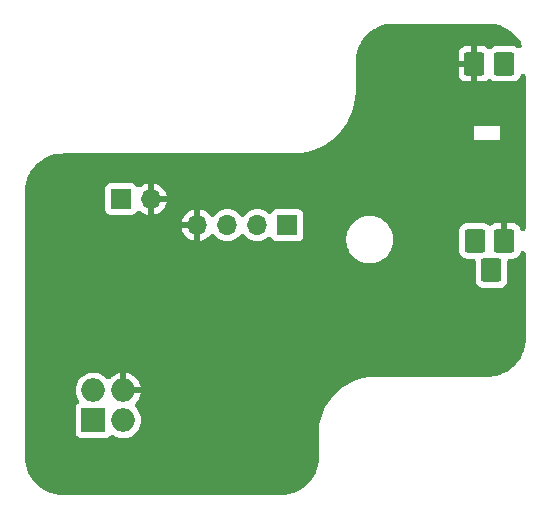
<source format=gbr>
%TF.GenerationSoftware,KiCad,Pcbnew,8.0.5-8.0.5-0~ubuntu22.04.1*%
%TF.CreationDate,2024-11-13T11:33:31+02:00*%
%TF.ProjectId,spindle_fan_control,7370696e-646c-4655-9f66-616e5f636f6e,rev?*%
%TF.SameCoordinates,PX7735940PY6252e60*%
%TF.FileFunction,Copper,L2,Bot*%
%TF.FilePolarity,Positive*%
%FSLAX46Y46*%
G04 Gerber Fmt 4.6, Leading zero omitted, Abs format (unit mm)*
G04 Created by KiCad (PCBNEW 8.0.5-8.0.5-0~ubuntu22.04.1) date 2024-11-13 11:33:31*
%MOMM*%
%LPD*%
G01*
G04 APERTURE LIST*
G04 Aperture macros list*
%AMRoundRect*
0 Rectangle with rounded corners*
0 $1 Rounding radius*
0 $2 $3 $4 $5 $6 $7 $8 $9 X,Y pos of 4 corners*
0 Add a 4 corners polygon primitive as box body*
4,1,4,$2,$3,$4,$5,$6,$7,$8,$9,$2,$3,0*
0 Add four circle primitives for the rounded corners*
1,1,$1+$1,$2,$3*
1,1,$1+$1,$4,$5*
1,1,$1+$1,$6,$7*
1,1,$1+$1,$8,$9*
0 Add four rect primitives between the rounded corners*
20,1,$1+$1,$2,$3,$4,$5,0*
20,1,$1+$1,$4,$5,$6,$7,0*
20,1,$1+$1,$6,$7,$8,$9,0*
20,1,$1+$1,$8,$9,$2,$3,0*%
G04 Aperture macros list end*
%TA.AperFunction,ComponentPad*%
%ADD10RoundRect,0.212500X0.637500X-0.787500X0.637500X0.787500X-0.637500X0.787500X-0.637500X-0.787500X0*%
%TD*%
%TA.AperFunction,ComponentPad*%
%ADD11R,2.000000X2.000000*%
%TD*%
%TA.AperFunction,ComponentPad*%
%ADD12O,2.000000X2.000000*%
%TD*%
%TA.AperFunction,ComponentPad*%
%ADD13R,1.700000X1.700000*%
%TD*%
%TA.AperFunction,ComponentPad*%
%ADD14O,1.700000X1.700000*%
%TD*%
%TA.AperFunction,ViaPad*%
%ADD15C,2.000000*%
%TD*%
G04 APERTURE END LIST*
D10*
%TO.P,U2,1,VCC*%
%TO.N,+12V*%
X8900000Y-100000D03*
%TO.P,U2,2,VOUT*%
%TO.N,/SPINDLE_SPEED*%
X10300000Y-2600000D03*
%TO.P,U2,3,GND*%
%TO.N,GND*%
X11400000Y-100000D03*
%TO.P,U2,5,K*%
X8860000Y14900000D03*
%TO.P,U2,4,A*%
%TO.N,Net-(U2-A)*%
X11400000Y14900000D03*
%TD*%
D11*
%TO.P,J1,1,Pin_1*%
%TO.N,/FAN_SPEED*%
X-23400000Y-15300000D03*
D12*
%TO.P,J1,2,Pin_2*%
%TO.N,/SPINDLE_SPEED*%
X-23400000Y-12760000D03*
%TO.P,J1,3,Pin_3*%
%TO.N,GND*%
X-20860000Y-12760000D03*
%TO.P,J1,4,Pin_4*%
%TO.N,+12V*%
X-20860000Y-15300000D03*
%TD*%
D13*
%TO.P,TH1,1*%
%TO.N,Net-(D1-K)*%
X-21080000Y3450000D03*
D14*
%TO.P,TH1,2*%
%TO.N,GND*%
X-18540000Y3450000D03*
%TD*%
D13*
%TO.P,J2,1,Pin_1*%
%TO.N,/PWM_5V*%
X-6980000Y1225000D03*
D14*
%TO.P,J2,2,Pin_2*%
%TO.N,/FAN_SPEED*%
X-9520000Y1225000D03*
%TO.P,J2,3,Pin_3*%
%TO.N,+12V*%
X-12060000Y1225000D03*
%TO.P,J2,4,Pin_4*%
%TO.N,GND*%
X-14600000Y1225000D03*
%TD*%
D15*
%TO.N,GND*%
X6900000Y10700000D03*
X-27500000Y-10900000D03*
X-5500000Y4100000D03*
X-25576129Y-7176129D03*
X10000000Y-7900000D03*
%TD*%
%TA.AperFunction,Conductor*%
%TO.N,GND*%
G36*
X10006506Y18299159D02*
G01*
X10050594Y18296849D01*
X10321415Y18282656D01*
X10347330Y18279932D01*
X10652321Y18231625D01*
X10677810Y18226207D01*
X10976097Y18146281D01*
X11000884Y18138228D01*
X11289175Y18027564D01*
X11312973Y18016969D01*
X11588137Y17876765D01*
X11610691Y17863743D01*
X11869675Y17695557D01*
X11890761Y17680237D01*
X12130736Y17485909D01*
X12150105Y17468470D01*
X12368469Y17250106D01*
X12385908Y17230737D01*
X12580236Y16990762D01*
X12595556Y16969676D01*
X12763742Y16710692D01*
X12776768Y16688132D01*
X12833574Y16576643D01*
X12859945Y16483138D01*
X12848526Y16386656D01*
X12801054Y16301889D01*
X12724757Y16241740D01*
X12631250Y16215369D01*
X12534768Y16226788D01*
X12480994Y16251673D01*
X12340883Y16338095D01*
X12340878Y16338097D01*
X12182660Y16390525D01*
X12114938Y16397443D01*
X12085013Y16400500D01*
X12085010Y16400500D01*
X10714989Y16400500D01*
X10646751Y16393529D01*
X10617337Y16390524D01*
X10617335Y16390524D01*
X10617331Y16390523D01*
X10459126Y16338100D01*
X10459116Y16338095D01*
X10317264Y16250599D01*
X10317259Y16250595D01*
X10305716Y16239051D01*
X10224934Y16185075D01*
X10129646Y16166121D01*
X10034358Y16185075D01*
X9953576Y16239051D01*
X9942427Y16250200D01*
X9942423Y16250203D01*
X9800666Y16337640D01*
X9642558Y16390030D01*
X9544975Y16400000D01*
X9110001Y16400000D01*
X9110000Y16399999D01*
X9110000Y15275278D01*
X9033694Y15319333D01*
X8919244Y15350000D01*
X8800756Y15350000D01*
X8686306Y15319333D01*
X8610000Y15275278D01*
X8610000Y16399999D01*
X8609999Y16400000D01*
X8175030Y16400000D01*
X8077435Y16390030D01*
X8077432Y16390029D01*
X7919337Y16337642D01*
X7919335Y16337641D01*
X7777576Y16250203D01*
X7777572Y16250200D01*
X7659800Y16132428D01*
X7659797Y16132424D01*
X7572360Y15990667D01*
X7519970Y15832559D01*
X7510000Y15734976D01*
X7510000Y15150001D01*
X7510001Y15150000D01*
X8484722Y15150000D01*
X8440667Y15073694D01*
X8410000Y14959244D01*
X8410000Y14840756D01*
X8440667Y14726306D01*
X8484722Y14650000D01*
X7510002Y14650000D01*
X7510001Y14649999D01*
X7510001Y14065022D01*
X7519970Y13967436D01*
X7519971Y13967433D01*
X7572358Y13809338D01*
X7572359Y13809336D01*
X7659797Y13667577D01*
X7659800Y13667573D01*
X7777572Y13549801D01*
X7777576Y13549798D01*
X7919333Y13462361D01*
X8077441Y13409971D01*
X8175029Y13400001D01*
X8610000Y13400001D01*
X8610000Y14524723D01*
X8686306Y14480667D01*
X8800756Y14450000D01*
X8919244Y14450000D01*
X9033694Y14480667D01*
X9110000Y14524723D01*
X9110000Y13400002D01*
X9110001Y13400001D01*
X9544962Y13400001D01*
X9544978Y13400002D01*
X9642564Y13409971D01*
X9642567Y13409972D01*
X9800662Y13462359D01*
X9800664Y13462360D01*
X9942423Y13549798D01*
X9942429Y13549803D01*
X9953572Y13560945D01*
X10034352Y13614924D01*
X10129640Y13633880D01*
X10224929Y13614928D01*
X10305711Y13560954D01*
X10317261Y13549404D01*
X10317263Y13549403D01*
X10317264Y13549402D01*
X10459116Y13461906D01*
X10459119Y13461905D01*
X10459122Y13461903D01*
X10617337Y13409476D01*
X10714987Y13399500D01*
X12085012Y13399501D01*
X12182663Y13409476D01*
X12261770Y13435690D01*
X12340873Y13461901D01*
X12340875Y13461903D01*
X12340878Y13461903D01*
X12482739Y13549404D01*
X12600596Y13667261D01*
X12688097Y13809122D01*
X12714139Y13887714D01*
X12762102Y13972201D01*
X12838748Y14031904D01*
X12932407Y14057732D01*
X13028821Y14045752D01*
X13113311Y13997788D01*
X13173014Y13921142D01*
X13198842Y13827483D01*
X13199500Y13809390D01*
X13199500Y989020D01*
X13180546Y893732D01*
X13126570Y812950D01*
X13045788Y758974D01*
X12950500Y740020D01*
X12855212Y758974D01*
X12774430Y812950D01*
X12720454Y893732D01*
X12714139Y910698D01*
X12687641Y990663D01*
X12687640Y990665D01*
X12600202Y1132424D01*
X12600199Y1132428D01*
X12482427Y1250200D01*
X12482423Y1250203D01*
X12340666Y1337640D01*
X12182558Y1390030D01*
X12084975Y1400000D01*
X11650001Y1400000D01*
X11650000Y1399999D01*
X11650000Y275278D01*
X11573694Y319333D01*
X11459244Y350000D01*
X11340756Y350000D01*
X11226306Y319333D01*
X11150000Y275278D01*
X11150000Y1399999D01*
X11149999Y1400000D01*
X10715030Y1400000D01*
X10617435Y1390030D01*
X10617432Y1390029D01*
X10459337Y1337642D01*
X10459335Y1337641D01*
X10317576Y1250203D01*
X10306194Y1241203D01*
X10303953Y1244037D01*
X10245642Y1205075D01*
X10150354Y1186121D01*
X10055066Y1205075D01*
X9996291Y1244347D01*
X9994119Y1241598D01*
X9982735Y1250599D01*
X9840883Y1338095D01*
X9840878Y1338097D01*
X9682660Y1390525D01*
X9614938Y1397443D01*
X9585013Y1400500D01*
X9585010Y1400500D01*
X8214989Y1400500D01*
X8146751Y1393529D01*
X8117337Y1390524D01*
X8117335Y1390524D01*
X8117331Y1390523D01*
X7959126Y1338100D01*
X7959116Y1338095D01*
X7817264Y1250599D01*
X7817259Y1250595D01*
X7699405Y1132741D01*
X7699401Y1132736D01*
X7611905Y990884D01*
X7611903Y990879D01*
X7559475Y832661D01*
X7549500Y735018D01*
X7549500Y-935010D01*
X7559477Y-1032668D01*
X7611900Y-1190873D01*
X7611905Y-1190883D01*
X7699401Y-1332735D01*
X7699403Y-1332737D01*
X7699404Y-1332739D01*
X7817261Y-1450596D01*
X7817263Y-1450597D01*
X7817264Y-1450598D01*
X7959116Y-1538094D01*
X7959119Y-1538095D01*
X7959122Y-1538097D01*
X8117337Y-1590524D01*
X8214987Y-1600500D01*
X8700500Y-1600499D01*
X8795788Y-1619453D01*
X8876569Y-1673429D01*
X8930546Y-1754210D01*
X8949500Y-1849498D01*
X8949500Y-3435010D01*
X8959477Y-3532668D01*
X9011900Y-3690873D01*
X9011905Y-3690883D01*
X9099401Y-3832735D01*
X9099403Y-3832737D01*
X9099404Y-3832739D01*
X9217261Y-3950596D01*
X9217263Y-3950597D01*
X9217264Y-3950598D01*
X9359116Y-4038094D01*
X9359119Y-4038095D01*
X9359122Y-4038097D01*
X9517337Y-4090524D01*
X9614987Y-4100500D01*
X10985012Y-4100499D01*
X11082663Y-4090524D01*
X11161770Y-4064310D01*
X11240873Y-4038099D01*
X11240875Y-4038097D01*
X11240878Y-4038097D01*
X11382739Y-3950596D01*
X11500596Y-3832739D01*
X11588097Y-3690878D01*
X11640524Y-3532663D01*
X11650500Y-3435013D01*
X11650499Y-1848998D01*
X11669453Y-1753711D01*
X11723429Y-1672930D01*
X11804211Y-1618953D01*
X11899499Y-1599999D01*
X12084962Y-1599999D01*
X12084978Y-1599998D01*
X12182564Y-1590029D01*
X12182567Y-1590028D01*
X12340662Y-1537641D01*
X12340664Y-1537640D01*
X12482423Y-1450202D01*
X12482427Y-1450199D01*
X12600199Y-1332427D01*
X12600202Y-1332423D01*
X12687639Y-1190666D01*
X12714138Y-1110697D01*
X12762102Y-1026207D01*
X12838748Y-966504D01*
X12932407Y-940676D01*
X13028821Y-952656D01*
X13113311Y-1000620D01*
X13173014Y-1077266D01*
X13198842Y-1170925D01*
X13199500Y-1189018D01*
X13199500Y-8393474D01*
X13199159Y-8406506D01*
X13182655Y-8721412D01*
X13179930Y-8747332D01*
X13131625Y-9052316D01*
X13126206Y-9077810D01*
X13046280Y-9376097D01*
X13038227Y-9400884D01*
X12927563Y-9689175D01*
X12916962Y-9712986D01*
X12776774Y-9988120D01*
X12763742Y-10010691D01*
X12595556Y-10269675D01*
X12580236Y-10290761D01*
X12385908Y-10530736D01*
X12368469Y-10550105D01*
X12150105Y-10768469D01*
X12130736Y-10785908D01*
X11890761Y-10980236D01*
X11869675Y-10995556D01*
X11610691Y-11163742D01*
X11588120Y-11176774D01*
X11312986Y-11316962D01*
X11289175Y-11327563D01*
X11000884Y-11438227D01*
X10976097Y-11446280D01*
X10677810Y-11526206D01*
X10652316Y-11531625D01*
X10347332Y-11579930D01*
X10321412Y-11582655D01*
X10006507Y-11599159D01*
X9993475Y-11599500D01*
X290395Y-11599500D01*
X-127185Y-11636034D01*
X-127196Y-11636035D01*
X-539995Y-11708823D01*
X-540028Y-11708830D01*
X-944913Y-11817319D01*
X-944921Y-11817322D01*
X-1338819Y-11960689D01*
X-1338834Y-11960695D01*
X-1718726Y-12137842D01*
X-1718755Y-12137857D01*
X-2081751Y-12347434D01*
X-2081772Y-12347447D01*
X-2425131Y-12587869D01*
X-2425143Y-12587878D01*
X-2425143Y-12587879D01*
X-2746260Y-12857329D01*
X-3042671Y-13153740D01*
X-3122504Y-13248881D01*
X-3312131Y-13474869D01*
X-3552553Y-13818228D01*
X-3552566Y-13818249D01*
X-3762143Y-14181245D01*
X-3762158Y-14181274D01*
X-3939305Y-14561166D01*
X-3939311Y-14561181D01*
X-4082678Y-14955079D01*
X-4082681Y-14955087D01*
X-4191170Y-15359972D01*
X-4191177Y-15360005D01*
X-4263965Y-15772804D01*
X-4263966Y-15772815D01*
X-4300500Y-16190395D01*
X-4300500Y-18393474D01*
X-4300841Y-18406506D01*
X-4317345Y-18721412D01*
X-4320070Y-18747332D01*
X-4368375Y-19052316D01*
X-4373794Y-19077810D01*
X-4453720Y-19376097D01*
X-4461773Y-19400884D01*
X-4572437Y-19689175D01*
X-4583038Y-19712986D01*
X-4723226Y-19988120D01*
X-4736258Y-20010691D01*
X-4904444Y-20269675D01*
X-4919764Y-20290761D01*
X-5114092Y-20530736D01*
X-5131531Y-20550105D01*
X-5349895Y-20768469D01*
X-5369264Y-20785908D01*
X-5609239Y-20980236D01*
X-5630325Y-20995556D01*
X-5889309Y-21163742D01*
X-5911880Y-21176774D01*
X-6187014Y-21316962D01*
X-6210825Y-21327563D01*
X-6499116Y-21438227D01*
X-6523903Y-21446280D01*
X-6822190Y-21526206D01*
X-6847684Y-21531625D01*
X-7152668Y-21579930D01*
X-7178588Y-21582655D01*
X-7493493Y-21599159D01*
X-7506525Y-21599500D01*
X-25993475Y-21599500D01*
X-26006507Y-21599159D01*
X-26321413Y-21582655D01*
X-26347333Y-21579930D01*
X-26652317Y-21531625D01*
X-26677811Y-21526206D01*
X-26976098Y-21446280D01*
X-27000885Y-21438227D01*
X-27289176Y-21327563D01*
X-27312982Y-21316964D01*
X-27588132Y-21176768D01*
X-27610692Y-21163742D01*
X-27869676Y-20995556D01*
X-27890762Y-20980236D01*
X-28130737Y-20785908D01*
X-28150106Y-20768469D01*
X-28368470Y-20550105D01*
X-28385909Y-20530736D01*
X-28580237Y-20290761D01*
X-28595557Y-20269675D01*
X-28763743Y-20010691D01*
X-28776765Y-19988137D01*
X-28916969Y-19712973D01*
X-28927564Y-19689175D01*
X-29038228Y-19400884D01*
X-29046281Y-19376097D01*
X-29126207Y-19077810D01*
X-29131626Y-19052316D01*
X-29179931Y-18747332D01*
X-29182656Y-18721411D01*
X-29199159Y-18406505D01*
X-29199500Y-18393474D01*
X-29199500Y-12760000D01*
X-24905643Y-12760000D01*
X-24885108Y-13007823D01*
X-24885106Y-13007831D01*
X-24824065Y-13248874D01*
X-24824064Y-13248878D01*
X-24724278Y-13476369D01*
X-24724173Y-13476607D01*
X-24658499Y-13577129D01*
X-24622250Y-13667265D01*
X-24623255Y-13764415D01*
X-24661360Y-13853786D01*
X-24717732Y-13912649D01*
X-24757544Y-13942452D01*
X-24757547Y-13942455D01*
X-24843796Y-14057669D01*
X-24894092Y-14192518D01*
X-24900500Y-14252123D01*
X-24900500Y-16347865D01*
X-24900499Y-16347869D01*
X-24894092Y-16407480D01*
X-24894091Y-16407484D01*
X-24850404Y-16524614D01*
X-24843796Y-16542331D01*
X-24757546Y-16657546D01*
X-24642331Y-16743796D01*
X-24507483Y-16794091D01*
X-24447873Y-16800500D01*
X-22352128Y-16800499D01*
X-22292517Y-16794091D01*
X-22157669Y-16743796D01*
X-22042454Y-16657546D01*
X-22015739Y-16621858D01*
X-21943462Y-16556936D01*
X-21851841Y-16524614D01*
X-21754825Y-16529815D01*
X-21693276Y-16556882D01*
X-21692566Y-16555572D01*
X-21683512Y-16560472D01*
X-21683509Y-16560474D01*
X-21464810Y-16678828D01*
X-21395264Y-16702703D01*
X-21229622Y-16759569D01*
X-21229618Y-16759569D01*
X-21229614Y-16759571D01*
X-20984335Y-16800500D01*
X-20735665Y-16800500D01*
X-20490386Y-16759571D01*
X-20490382Y-16759569D01*
X-20490379Y-16759569D01*
X-20400923Y-16728858D01*
X-20255190Y-16678828D01*
X-20036491Y-16560474D01*
X-19840256Y-16407738D01*
X-19671836Y-16224785D01*
X-19535827Y-16016607D01*
X-19435937Y-15788881D01*
X-19374892Y-15547821D01*
X-19354357Y-15300000D01*
X-19374892Y-15052179D01*
X-19435937Y-14811119D01*
X-19535827Y-14583393D01*
X-19589003Y-14502001D01*
X-19671831Y-14375221D01*
X-19671837Y-14375214D01*
X-19834725Y-14198271D01*
X-19885315Y-14115330D01*
X-19900315Y-14019340D01*
X-19877440Y-13924917D01*
X-19834722Y-13860986D01*
X-19672233Y-13684477D01*
X-19672231Y-13684475D01*
X-19536269Y-13476369D01*
X-19536269Y-13476368D01*
X-19436414Y-13248722D01*
X-19375961Y-13010000D01*
X-20484722Y-13010000D01*
X-20440667Y-12933694D01*
X-20410000Y-12819244D01*
X-20410000Y-12700756D01*
X-20440667Y-12586306D01*
X-20484722Y-12510000D01*
X-19375961Y-12510000D01*
X-19436414Y-12271277D01*
X-19536269Y-12043631D01*
X-19536269Y-12043630D01*
X-19672231Y-11835524D01*
X-19672233Y-11835522D01*
X-19840589Y-11652639D01*
X-19840601Y-11652629D01*
X-20036763Y-11499949D01*
X-20036770Y-11499944D01*
X-20255394Y-11381630D01*
X-20490513Y-11300915D01*
X-20610000Y-11280976D01*
X-20610000Y-12384722D01*
X-20686306Y-12340667D01*
X-20800756Y-12310000D01*
X-20919244Y-12310000D01*
X-21033694Y-12340667D01*
X-21110000Y-12384722D01*
X-21110000Y-11280976D01*
X-21110001Y-11280976D01*
X-21229488Y-11300915D01*
X-21464607Y-11381630D01*
X-21683231Y-11499944D01*
X-21683238Y-11499949D01*
X-21879400Y-11652629D01*
X-21879407Y-11652635D01*
X-21946466Y-11725480D01*
X-22024949Y-11782748D01*
X-22119372Y-11805622D01*
X-22215362Y-11790621D01*
X-22298305Y-11740029D01*
X-22312854Y-11725479D01*
X-22380248Y-11652270D01*
X-22380253Y-11652265D01*
X-22380256Y-11652262D01*
X-22401104Y-11636035D01*
X-22576486Y-11499529D01*
X-22576490Y-11499526D01*
X-22576491Y-11499526D01*
X-22681117Y-11442905D01*
X-22795189Y-11381172D01*
X-23030379Y-11300430D01*
X-23030390Y-11300428D01*
X-23275665Y-11259500D01*
X-23524335Y-11259500D01*
X-23769611Y-11300428D01*
X-23769622Y-11300430D01*
X-24004812Y-11381172D01*
X-24223515Y-11499529D01*
X-24419739Y-11652257D01*
X-24419752Y-11652269D01*
X-24588164Y-11835214D01*
X-24588170Y-11835221D01*
X-24724172Y-12043391D01*
X-24724175Y-12043396D01*
X-24824064Y-12271121D01*
X-24824065Y-12271125D01*
X-24885106Y-12512168D01*
X-24885108Y-12512176D01*
X-24905643Y-12760000D01*
X-29199500Y-12760000D01*
X-29199500Y1475002D01*
X-15930637Y1475002D01*
X-15930636Y1475000D01*
X-15033012Y1475000D01*
X-15065925Y1417993D01*
X-15100000Y1290826D01*
X-15100000Y1159174D01*
X-15065925Y1032007D01*
X-15033012Y975000D01*
X-15930636Y975000D01*
X-15930637Y974999D01*
X-15873434Y761517D01*
X-15873434Y761515D01*
X-15773601Y547424D01*
X-15638111Y353924D01*
X-15471077Y186890D01*
X-15277577Y51400D01*
X-15063489Y-48431D01*
X-14850000Y-105635D01*
X-14850000Y791988D01*
X-14792993Y759075D01*
X-14665826Y725000D01*
X-14534174Y725000D01*
X-14407007Y759075D01*
X-14350000Y791988D01*
X-14350000Y-105635D01*
X-14136512Y-48431D01*
X-13922424Y51400D01*
X-13728924Y186890D01*
X-13561889Y353925D01*
X-13534276Y393360D01*
X-13464095Y460544D01*
X-13373546Y495758D01*
X-13276414Y493639D01*
X-13187487Y454511D01*
X-13126338Y393362D01*
X-13098723Y353924D01*
X-13098495Y353599D01*
X-12931401Y186505D01*
X-12737830Y50965D01*
X-12523663Y-48903D01*
X-12295408Y-110063D01*
X-12295405Y-110063D01*
X-12295402Y-110064D01*
X-12060005Y-130659D01*
X-12060000Y-130659D01*
X-12059995Y-130659D01*
X-11824599Y-110064D01*
X-11824597Y-110063D01*
X-11824592Y-110063D01*
X-11596337Y-48903D01*
X-11382170Y50965D01*
X-11188599Y186505D01*
X-11021505Y353599D01*
X-10993968Y392926D01*
X-10923789Y460109D01*
X-10833240Y495322D01*
X-10736108Y493203D01*
X-10647181Y454075D01*
X-10586033Y392927D01*
X-10558495Y353599D01*
X-10391401Y186505D01*
X-10197830Y50965D01*
X-9983663Y-48903D01*
X-9755408Y-110063D01*
X-9755405Y-110063D01*
X-9755402Y-110064D01*
X-9520005Y-130659D01*
X-9520000Y-130659D01*
X-9519995Y-130659D01*
X-9284599Y-110064D01*
X-9284597Y-110063D01*
X-9284592Y-110063D01*
X-9056337Y-48903D01*
X-8842170Y50965D01*
X-8648599Y186505D01*
X-8648598Y186506D01*
X-8644622Y189842D01*
X-8640978Y191842D01*
X-8639693Y192741D01*
X-8639595Y192601D01*
X-8559445Y236574D01*
X-8462867Y247153D01*
X-8369593Y219968D01*
X-8293823Y159157D01*
X-8285134Y146430D01*
X-8284469Y146927D01*
X-8273797Y132671D01*
X-8273796Y132669D01*
X-8187546Y17454D01*
X-8072331Y-68796D01*
X-7937483Y-119091D01*
X-7877873Y-125500D01*
X-6082128Y-125499D01*
X-6022517Y-119091D01*
X-5887669Y-68796D01*
X-5772454Y17454D01*
X-5687364Y131120D01*
X-2000500Y131120D01*
X-2000500Y-131119D01*
X-1966271Y-391112D01*
X-1898399Y-644417D01*
X-1798047Y-886689D01*
X-1798045Y-886693D01*
X-1798043Y-886697D01*
X-1732270Y-1000620D01*
X-1666927Y-1113798D01*
X-1666918Y-1113812D01*
X-1507287Y-1321845D01*
X-1507282Y-1321851D01*
X-1321851Y-1507282D01*
X-1321847Y-1507285D01*
X-1321846Y-1507286D01*
X-1113813Y-1666917D01*
X-1113808Y-1666920D01*
X-1113803Y-1666924D01*
X-886697Y-1798043D01*
X-644419Y-1898398D01*
X-391116Y-1966270D01*
X-131120Y-2000500D01*
X131120Y-2000500D01*
X391116Y-1966270D01*
X644419Y-1898398D01*
X886697Y-1798043D01*
X1113803Y-1666924D01*
X1321851Y-1507282D01*
X1507282Y-1321851D01*
X1666924Y-1113803D01*
X1798043Y-886697D01*
X1898398Y-644419D01*
X1966270Y-391116D01*
X2000500Y-131120D01*
X2000500Y131120D01*
X1966270Y391116D01*
X1898398Y644419D01*
X1798043Y886697D01*
X1666924Y1113803D01*
X1666920Y1113808D01*
X1666917Y1113813D01*
X1507286Y1321846D01*
X1507285Y1321847D01*
X1507282Y1321851D01*
X1321851Y1507282D01*
X1321846Y1507286D01*
X1321845Y1507287D01*
X1113812Y1666918D01*
X1113798Y1666927D01*
X1013212Y1725000D01*
X886697Y1798043D01*
X886695Y1798044D01*
X886693Y1798045D01*
X886689Y1798047D01*
X644417Y1898399D01*
X534730Y1927789D01*
X391116Y1966270D01*
X391111Y1966271D01*
X391114Y1966271D01*
X131120Y2000500D01*
X-131120Y2000500D01*
X-391113Y1966271D01*
X-644418Y1898399D01*
X-886690Y1798047D01*
X-886694Y1798045D01*
X-1113799Y1666927D01*
X-1113813Y1666918D01*
X-1321846Y1507287D01*
X-1507287Y1321846D01*
X-1666918Y1113813D01*
X-1666927Y1113799D01*
X-1798045Y886694D01*
X-1798047Y886690D01*
X-1898399Y644418D01*
X-1966271Y391113D01*
X-2000500Y131120D01*
X-5687364Y131120D01*
X-5686204Y132669D01*
X-5635909Y267517D01*
X-5629500Y327127D01*
X-5629501Y2122872D01*
X-5635909Y2182483D01*
X-5686204Y2317331D01*
X-5772454Y2432546D01*
X-5887669Y2518796D01*
X-5977045Y2552131D01*
X-6022519Y2569092D01*
X-6082127Y2575500D01*
X-7877866Y2575500D01*
X-7877870Y2575500D01*
X-7877872Y2575499D01*
X-7890686Y2574122D01*
X-7937481Y2569092D01*
X-7937485Y2569091D01*
X-8072330Y2518797D01*
X-8187545Y2432547D01*
X-8187547Y2432545D01*
X-8284469Y2303073D01*
X-8287766Y2305541D01*
X-8328413Y2256949D01*
X-8414522Y2211956D01*
X-8511294Y2203340D01*
X-8603997Y2232413D01*
X-8644613Y2260151D01*
X-8648597Y2263493D01*
X-8648599Y2263495D01*
X-8842170Y2399035D01*
X-9056337Y2498903D01*
X-9056340Y2498904D01*
X-9284599Y2560065D01*
X-9519995Y2580659D01*
X-9520005Y2580659D01*
X-9755402Y2560065D01*
X-9983665Y2498903D01*
X-9983667Y2498902D01*
X-10197823Y2399039D01*
X-10197831Y2399035D01*
X-10391400Y2263496D01*
X-10558499Y2096397D01*
X-10586032Y2057075D01*
X-10656213Y1989891D01*
X-10746763Y1954679D01*
X-10843894Y1956799D01*
X-10932821Y1995928D01*
X-10993968Y2057075D01*
X-11021502Y2096397D01*
X-11021503Y2096398D01*
X-11021505Y2096401D01*
X-11188599Y2263495D01*
X-11382170Y2399035D01*
X-11596337Y2498903D01*
X-11596340Y2498904D01*
X-11824599Y2560065D01*
X-12059995Y2580659D01*
X-12060005Y2580659D01*
X-12295402Y2560065D01*
X-12523665Y2498903D01*
X-12523667Y2498902D01*
X-12737823Y2399039D01*
X-12737831Y2399035D01*
X-12931400Y2263496D01*
X-13098498Y2096398D01*
X-13126339Y2056637D01*
X-13196521Y1989454D01*
X-13287071Y1954242D01*
X-13384203Y1956363D01*
X-13473129Y1995493D01*
X-13534275Y2056639D01*
X-13561890Y2096077D01*
X-13728924Y2263111D01*
X-13922424Y2398601D01*
X-14136516Y2498434D01*
X-14349999Y2555637D01*
X-14350000Y2555636D01*
X-14350000Y1658012D01*
X-14407007Y1690925D01*
X-14534174Y1725000D01*
X-14665826Y1725000D01*
X-14792993Y1690925D01*
X-14850000Y1658012D01*
X-14850000Y2555636D01*
X-14850002Y2555637D01*
X-15063484Y2498434D01*
X-15063495Y2498430D01*
X-15277572Y2398604D01*
X-15277580Y2398600D01*
X-15471077Y2263111D01*
X-15638111Y2096077D01*
X-15773600Y1902580D01*
X-15773604Y1902572D01*
X-15873430Y1688495D01*
X-15873434Y1688484D01*
X-15930637Y1475002D01*
X-29199500Y1475002D01*
X-29199500Y4093479D01*
X-29199159Y4106510D01*
X-29186510Y4347873D01*
X-29186510Y4347877D01*
X-22430500Y4347877D01*
X-22430500Y2552135D01*
X-22430499Y2552131D01*
X-22424092Y2492520D01*
X-22424091Y2492516D01*
X-22373797Y2357671D01*
X-22373796Y2357669D01*
X-22287546Y2242454D01*
X-22172331Y2156204D01*
X-22037483Y2105909D01*
X-21977873Y2099500D01*
X-20182128Y2099501D01*
X-20122517Y2105909D01*
X-19987669Y2156204D01*
X-19872454Y2242454D01*
X-19786204Y2357669D01*
X-19786204Y2357671D01*
X-19775531Y2371927D01*
X-19772308Y2369515D01*
X-19731466Y2418403D01*
X-19645386Y2463451D01*
X-19548619Y2472128D01*
X-19455898Y2443114D01*
X-19415137Y2415296D01*
X-19411082Y2411894D01*
X-19217577Y2276400D01*
X-19003489Y2176569D01*
X-18790000Y2119365D01*
X-18790000Y3016988D01*
X-18732993Y2984075D01*
X-18605826Y2950000D01*
X-18474174Y2950000D01*
X-18347007Y2984075D01*
X-18290000Y3016988D01*
X-18290000Y2119365D01*
X-18076512Y2176569D01*
X-17862424Y2276400D01*
X-17668924Y2411890D01*
X-17501890Y2578924D01*
X-17366400Y2772424D01*
X-17266567Y2986515D01*
X-17266567Y2986517D01*
X-17209364Y3199999D01*
X-17209364Y3200000D01*
X-18106988Y3200000D01*
X-18074075Y3257007D01*
X-18040000Y3384174D01*
X-18040000Y3515826D01*
X-18074075Y3642993D01*
X-18106988Y3700000D01*
X-17209364Y3700000D01*
X-17209364Y3700002D01*
X-17266567Y3913484D01*
X-17266571Y3913495D01*
X-17366397Y4127572D01*
X-17366401Y4127580D01*
X-17501890Y4321077D01*
X-17668924Y4488111D01*
X-17862424Y4623601D01*
X-18076516Y4723434D01*
X-18289999Y4780637D01*
X-18290000Y4780636D01*
X-18290000Y3883012D01*
X-18347007Y3915925D01*
X-18474174Y3950000D01*
X-18605826Y3950000D01*
X-18732993Y3915925D01*
X-18790000Y3883012D01*
X-18790000Y4780636D01*
X-18790002Y4780637D01*
X-19003484Y4723434D01*
X-19003495Y4723430D01*
X-19217572Y4623604D01*
X-19217580Y4623600D01*
X-19411091Y4488101D01*
X-19415146Y4484698D01*
X-19418858Y4482662D01*
X-19419983Y4481874D01*
X-19420070Y4481998D01*
X-19500326Y4437972D01*
X-19596905Y4427400D01*
X-19690177Y4454591D01*
X-19765943Y4515407D01*
X-19774908Y4528540D01*
X-19775531Y4528073D01*
X-19786204Y4542330D01*
X-19786204Y4542331D01*
X-19872454Y4657546D01*
X-19987669Y4743796D01*
X-20086445Y4780637D01*
X-20122519Y4794092D01*
X-20182127Y4800500D01*
X-21977866Y4800500D01*
X-21977870Y4800500D01*
X-21977872Y4800499D01*
X-21990686Y4799122D01*
X-22037481Y4794092D01*
X-22037485Y4794091D01*
X-22172330Y4743797D01*
X-22287545Y4657547D01*
X-22287547Y4657545D01*
X-22373796Y4542331D01*
X-22424092Y4407482D01*
X-22430500Y4347877D01*
X-29186510Y4347877D01*
X-29182656Y4421418D01*
X-29179931Y4447333D01*
X-29174460Y4481874D01*
X-29131625Y4752326D01*
X-29126207Y4777811D01*
X-29046281Y5076098D01*
X-29038228Y5100885D01*
X-28927564Y5389176D01*
X-28916973Y5412967D01*
X-28776761Y5688147D01*
X-28763750Y5710681D01*
X-28595552Y5969684D01*
X-28580243Y5990755D01*
X-28385900Y6230748D01*
X-28368480Y6250096D01*
X-28150096Y6468480D01*
X-28130748Y6485900D01*
X-27890755Y6680243D01*
X-27869684Y6695552D01*
X-27610681Y6863750D01*
X-27588147Y6876761D01*
X-27312967Y7016973D01*
X-27289182Y7027562D01*
X-27000879Y7138230D01*
X-26976098Y7146281D01*
X-26677811Y7226207D01*
X-26652326Y7231625D01*
X-26347329Y7279932D01*
X-26321418Y7282656D01*
X-26043611Y7297215D01*
X-26006506Y7299159D01*
X-25993475Y7299500D01*
X-6280771Y7299500D01*
X-6280770Y7299500D01*
X-6280769Y7299501D01*
X-6280748Y7299501D01*
X-5914970Y7329812D01*
X-5843807Y7335708D01*
X-5411326Y7407876D01*
X-4986282Y7515512D01*
X-4571579Y7657879D01*
X-4170048Y7834007D01*
X-3784433Y8042691D01*
X-3417369Y8282507D01*
X-3266414Y8400000D01*
X8800000Y8400000D01*
X10999999Y8400000D01*
X11000000Y8400000D01*
X11000000Y9600000D01*
X10999999Y9600000D01*
X8800001Y9600000D01*
X8800000Y9600000D01*
X8800000Y8400000D01*
X-3266414Y8400000D01*
X-3071362Y8551815D01*
X-2748776Y8848776D01*
X-2451815Y9171362D01*
X-2182507Y9517369D01*
X-1942691Y9884433D01*
X-1734007Y10270048D01*
X-1557879Y10671579D01*
X-1415512Y11086282D01*
X-1307876Y11511326D01*
X-1235708Y11943807D01*
X-1229812Y12014970D01*
X-1199501Y12380748D01*
X-1199500Y12380772D01*
X-1199500Y15093475D01*
X-1199159Y15106506D01*
X-1189715Y15286707D01*
X-1182656Y15421418D01*
X-1179931Y15447333D01*
X-1146513Y15658322D01*
X-1131625Y15752326D01*
X-1126207Y15777811D01*
X-1046281Y16076098D01*
X-1038228Y16100885D01*
X-1026119Y16132428D01*
X-927562Y16389182D01*
X-916973Y16412967D01*
X-776761Y16688147D01*
X-763750Y16710681D01*
X-595552Y16969684D01*
X-580243Y16990755D01*
X-385900Y17230748D01*
X-368480Y17250096D01*
X-150096Y17468480D01*
X-130748Y17485900D01*
X109245Y17680243D01*
X130316Y17695552D01*
X389319Y17863750D01*
X411853Y17876761D01*
X687033Y18016973D01*
X710818Y18027562D01*
X999121Y18138230D01*
X1023902Y18146281D01*
X1322189Y18226207D01*
X1347674Y18231625D01*
X1652671Y18279932D01*
X1678582Y18282656D01*
X1956389Y18297215D01*
X1993494Y18299159D01*
X2006525Y18299500D01*
X2047595Y18299500D01*
X9952405Y18299500D01*
X9993475Y18299500D01*
X10006506Y18299159D01*
G37*
%TD.AperFunction*%
%TD*%
M02*

</source>
